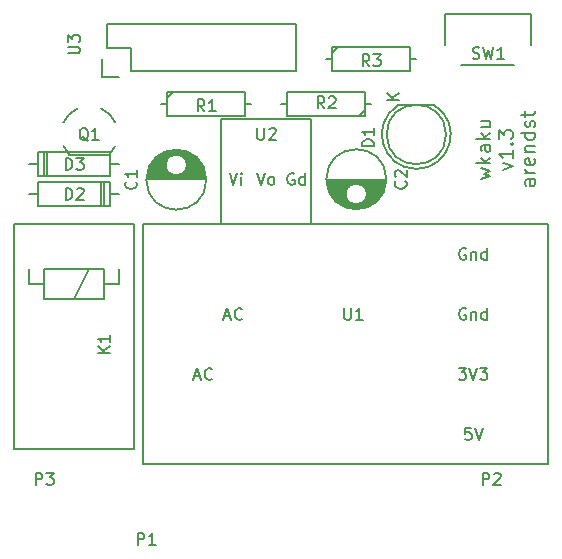
<source format=gto>
G04 #@! TF.FileFunction,Legend,Top*
%FSLAX46Y46*%
G04 Gerber Fmt 4.6, Leading zero omitted, Abs format (unit mm)*
G04 Created by KiCad (PCBNEW 4.0.2-stable) date 31-5-2016 17:43:18*
%MOMM*%
G01*
G04 APERTURE LIST*
%ADD10C,0.100000*%
%ADD11C,0.200000*%
%ADD12C,0.150000*%
G04 APERTURE END LIST*
D10*
D11*
X183282857Y-113004285D02*
X184082857Y-112775714D01*
X183511429Y-112547143D01*
X184082857Y-112318571D01*
X183282857Y-112090000D01*
X184082857Y-111632857D02*
X182882857Y-111632857D01*
X183625714Y-111518571D02*
X184082857Y-111175714D01*
X183282857Y-111175714D02*
X183740000Y-111632857D01*
X184082857Y-110147142D02*
X183454286Y-110147142D01*
X183340000Y-110204285D01*
X183282857Y-110318571D01*
X183282857Y-110547142D01*
X183340000Y-110661428D01*
X184025714Y-110147142D02*
X184082857Y-110261428D01*
X184082857Y-110547142D01*
X184025714Y-110661428D01*
X183911429Y-110718571D01*
X183797143Y-110718571D01*
X183682857Y-110661428D01*
X183625714Y-110547142D01*
X183625714Y-110261428D01*
X183568571Y-110147142D01*
X184082857Y-109575714D02*
X182882857Y-109575714D01*
X183625714Y-109461428D02*
X184082857Y-109118571D01*
X183282857Y-109118571D02*
X183740000Y-109575714D01*
X183282857Y-108089999D02*
X184082857Y-108089999D01*
X183282857Y-108604285D02*
X183911429Y-108604285D01*
X184025714Y-108547142D01*
X184082857Y-108432856D01*
X184082857Y-108261428D01*
X184025714Y-108147142D01*
X183968571Y-108089999D01*
X185162857Y-112204285D02*
X185962857Y-111918571D01*
X185162857Y-111632857D01*
X185962857Y-110547142D02*
X185962857Y-111232857D01*
X185962857Y-110889999D02*
X184762857Y-110889999D01*
X184934286Y-111004285D01*
X185048571Y-111118571D01*
X185105714Y-111232857D01*
X185848571Y-110032857D02*
X185905714Y-109975714D01*
X185962857Y-110032857D01*
X185905714Y-110090000D01*
X185848571Y-110032857D01*
X185962857Y-110032857D01*
X184762857Y-109575713D02*
X184762857Y-108832856D01*
X185220000Y-109232856D01*
X185220000Y-109061428D01*
X185277143Y-108947142D01*
X185334286Y-108889999D01*
X185448571Y-108832856D01*
X185734286Y-108832856D01*
X185848571Y-108889999D01*
X185905714Y-108947142D01*
X185962857Y-109061428D01*
X185962857Y-109404285D01*
X185905714Y-109518571D01*
X185848571Y-109575713D01*
X187842857Y-113032856D02*
X187214286Y-113032856D01*
X187100000Y-113089999D01*
X187042857Y-113204285D01*
X187042857Y-113432856D01*
X187100000Y-113547142D01*
X187785714Y-113032856D02*
X187842857Y-113147142D01*
X187842857Y-113432856D01*
X187785714Y-113547142D01*
X187671429Y-113604285D01*
X187557143Y-113604285D01*
X187442857Y-113547142D01*
X187385714Y-113432856D01*
X187385714Y-113147142D01*
X187328571Y-113032856D01*
X187842857Y-112461428D02*
X187042857Y-112461428D01*
X187271429Y-112461428D02*
X187157143Y-112404285D01*
X187100000Y-112347142D01*
X187042857Y-112232856D01*
X187042857Y-112118571D01*
X187785714Y-111261428D02*
X187842857Y-111375714D01*
X187842857Y-111604285D01*
X187785714Y-111718571D01*
X187671429Y-111775714D01*
X187214286Y-111775714D01*
X187100000Y-111718571D01*
X187042857Y-111604285D01*
X187042857Y-111375714D01*
X187100000Y-111261428D01*
X187214286Y-111204285D01*
X187328571Y-111204285D01*
X187442857Y-111775714D01*
X187042857Y-110690000D02*
X187842857Y-110690000D01*
X187157143Y-110690000D02*
X187100000Y-110632857D01*
X187042857Y-110518571D01*
X187042857Y-110347143D01*
X187100000Y-110232857D01*
X187214286Y-110175714D01*
X187842857Y-110175714D01*
X187842857Y-109090000D02*
X186642857Y-109090000D01*
X187785714Y-109090000D02*
X187842857Y-109204286D01*
X187842857Y-109432857D01*
X187785714Y-109547143D01*
X187728571Y-109604286D01*
X187614286Y-109661429D01*
X187271429Y-109661429D01*
X187157143Y-109604286D01*
X187100000Y-109547143D01*
X187042857Y-109432857D01*
X187042857Y-109204286D01*
X187100000Y-109090000D01*
X187785714Y-108575715D02*
X187842857Y-108461429D01*
X187842857Y-108232857D01*
X187785714Y-108118572D01*
X187671429Y-108061429D01*
X187614286Y-108061429D01*
X187500000Y-108118572D01*
X187442857Y-108232857D01*
X187442857Y-108404286D01*
X187385714Y-108518572D01*
X187271429Y-108575715D01*
X187214286Y-108575715D01*
X187100000Y-108518572D01*
X187042857Y-108404286D01*
X187042857Y-108232857D01*
X187100000Y-108118572D01*
X187042857Y-107718571D02*
X187042857Y-107261428D01*
X186642857Y-107547143D02*
X187671429Y-107547143D01*
X187785714Y-107490000D01*
X187842857Y-107375714D01*
X187842857Y-107261428D01*
D12*
X176275096Y-106735112D02*
G75*
G03X179300000Y-106720000I1524904J-2484888D01*
G01*
X176300000Y-106720000D02*
X179300000Y-106720000D01*
X180317936Y-109220000D02*
G75*
G03X180317936Y-109220000I-2517936J0D01*
G01*
X180213000Y-99060000D02*
X187510000Y-99060000D01*
X187510000Y-99060000D02*
X187510000Y-101630000D01*
X181610000Y-103360000D02*
X186110000Y-103360000D01*
X180213000Y-99060000D02*
X180213000Y-101630000D01*
X149114000Y-107020000D02*
G75*
G03X147914000Y-108220000I1000000J-2200000D01*
G01*
X151113999Y-107020000D02*
G75*
G02X152314000Y-108220000I-999999J-2200000D01*
G01*
X147926305Y-110216990D02*
G75*
G03X148414000Y-110920000I2187695J996990D01*
G01*
X152301695Y-110216990D02*
G75*
G02X151814000Y-110920000I-2187695J996990D01*
G01*
X148414000Y-110920000D02*
X151814000Y-110920000D01*
X153654000Y-103870000D02*
X153654000Y-101870000D01*
X153654000Y-101870000D02*
X151654000Y-101870000D01*
X151654000Y-101870000D02*
X151654000Y-99870000D01*
X151654000Y-99870000D02*
X153654000Y-99870000D01*
X153654000Y-99870000D02*
X167654000Y-99870000D01*
X167654000Y-99870000D02*
X167654000Y-103870000D01*
X167654000Y-103870000D02*
X153654000Y-103870000D01*
X152654000Y-104370000D02*
X151154000Y-104370000D01*
X151154000Y-104370000D02*
X151154000Y-102870000D01*
X152654000Y-114300000D02*
X151892000Y-114300000D01*
X151892000Y-114300000D02*
X151892000Y-113284000D01*
X151892000Y-113284000D02*
X145796000Y-113284000D01*
X145796000Y-113284000D02*
X145796000Y-114300000D01*
X145796000Y-114300000D02*
X145034000Y-114300000D01*
X145796000Y-114300000D02*
X145796000Y-115316000D01*
X145796000Y-115316000D02*
X151892000Y-115316000D01*
X151892000Y-115316000D02*
X151892000Y-114300000D01*
X151384000Y-113284000D02*
X151384000Y-115316000D01*
X151130000Y-115316000D02*
X151130000Y-113284000D01*
X145034000Y-111760000D02*
X145796000Y-111760000D01*
X145796000Y-111760000D02*
X145796000Y-112776000D01*
X145796000Y-112776000D02*
X151892000Y-112776000D01*
X151892000Y-112776000D02*
X151892000Y-111760000D01*
X151892000Y-111760000D02*
X152654000Y-111760000D01*
X151892000Y-111760000D02*
X151892000Y-110744000D01*
X151892000Y-110744000D02*
X145796000Y-110744000D01*
X145796000Y-110744000D02*
X145796000Y-111760000D01*
X146304000Y-112776000D02*
X146304000Y-110744000D01*
X146558000Y-110744000D02*
X146558000Y-112776000D01*
X153924000Y-116840000D02*
X153924000Y-135890000D01*
X153924000Y-135890000D02*
X143764000Y-135890000D01*
X143764000Y-135890000D02*
X143764000Y-116840000D01*
X143764000Y-116840000D02*
X153924000Y-116840000D01*
X150114000Y-120650000D02*
X148844000Y-123190000D01*
X146304000Y-121920000D02*
X145034000Y-121920000D01*
X145034000Y-121920000D02*
X145034000Y-120650000D01*
X152654000Y-120650000D02*
X152654000Y-121920000D01*
X152654000Y-121920000D02*
X151384000Y-121920000D01*
X151384000Y-121920000D02*
X151384000Y-123190000D01*
X151384000Y-123190000D02*
X146304000Y-123190000D01*
X146304000Y-123190000D02*
X146304000Y-120650000D01*
X146304000Y-120650000D02*
X151384000Y-120650000D01*
X151384000Y-120650000D02*
X151384000Y-121920000D01*
X156210000Y-106680000D02*
X156718000Y-106680000D01*
X163830000Y-106680000D02*
X163322000Y-106680000D01*
X163322000Y-106680000D02*
X163322000Y-105664000D01*
X163322000Y-105664000D02*
X156718000Y-105664000D01*
X156718000Y-105664000D02*
X156718000Y-107696000D01*
X156718000Y-107696000D02*
X163322000Y-107696000D01*
X163322000Y-107696000D02*
X163322000Y-106680000D01*
X156718000Y-106172000D02*
X157226000Y-105664000D01*
X173990000Y-106680000D02*
X173482000Y-106680000D01*
X166370000Y-106680000D02*
X166878000Y-106680000D01*
X166878000Y-106680000D02*
X166878000Y-107696000D01*
X166878000Y-107696000D02*
X173482000Y-107696000D01*
X173482000Y-107696000D02*
X173482000Y-105664000D01*
X173482000Y-105664000D02*
X166878000Y-105664000D01*
X166878000Y-105664000D02*
X166878000Y-106680000D01*
X173482000Y-107188000D02*
X172974000Y-107696000D01*
X154981000Y-112975000D02*
X159979000Y-112975000D01*
X154989000Y-112835000D02*
X159971000Y-112835000D01*
X155005000Y-112695000D02*
X157385000Y-112695000D01*
X157575000Y-112695000D02*
X159955000Y-112695000D01*
X155029000Y-112555000D02*
X156990000Y-112555000D01*
X157970000Y-112555000D02*
X159931000Y-112555000D01*
X155062000Y-112415000D02*
X156823000Y-112415000D01*
X158137000Y-112415000D02*
X159898000Y-112415000D01*
X155103000Y-112275000D02*
X156716000Y-112275000D01*
X158244000Y-112275000D02*
X159857000Y-112275000D01*
X155153000Y-112135000D02*
X156645000Y-112135000D01*
X158315000Y-112135000D02*
X159807000Y-112135000D01*
X155214000Y-111995000D02*
X156601000Y-111995000D01*
X158359000Y-111995000D02*
X159746000Y-111995000D01*
X155284000Y-111855000D02*
X156582000Y-111855000D01*
X158378000Y-111855000D02*
X159676000Y-111855000D01*
X155366000Y-111715000D02*
X156584000Y-111715000D01*
X158376000Y-111715000D02*
X159594000Y-111715000D01*
X155461000Y-111575000D02*
X156609000Y-111575000D01*
X158351000Y-111575000D02*
X159499000Y-111575000D01*
X155572000Y-111435000D02*
X156657000Y-111435000D01*
X158303000Y-111435000D02*
X159388000Y-111435000D01*
X155700000Y-111295000D02*
X156735000Y-111295000D01*
X158225000Y-111295000D02*
X159260000Y-111295000D01*
X155849000Y-111155000D02*
X156852000Y-111155000D01*
X158108000Y-111155000D02*
X159111000Y-111155000D01*
X156028000Y-111015000D02*
X157040000Y-111015000D01*
X157920000Y-111015000D02*
X158932000Y-111015000D01*
X156247000Y-110875000D02*
X158713000Y-110875000D01*
X156536000Y-110735000D02*
X158424000Y-110735000D01*
X157008000Y-110595000D02*
X157952000Y-110595000D01*
X158380000Y-111800000D02*
G75*
G03X158380000Y-111800000I-900000J0D01*
G01*
X160017500Y-113050000D02*
G75*
G03X160017500Y-113050000I-2537500J0D01*
G01*
X175219000Y-113085000D02*
X170221000Y-113085000D01*
X175211000Y-113225000D02*
X170229000Y-113225000D01*
X175195000Y-113365000D02*
X172815000Y-113365000D01*
X172625000Y-113365000D02*
X170245000Y-113365000D01*
X175171000Y-113505000D02*
X173210000Y-113505000D01*
X172230000Y-113505000D02*
X170269000Y-113505000D01*
X175138000Y-113645000D02*
X173377000Y-113645000D01*
X172063000Y-113645000D02*
X170302000Y-113645000D01*
X175097000Y-113785000D02*
X173484000Y-113785000D01*
X171956000Y-113785000D02*
X170343000Y-113785000D01*
X175047000Y-113925000D02*
X173555000Y-113925000D01*
X171885000Y-113925000D02*
X170393000Y-113925000D01*
X174986000Y-114065000D02*
X173599000Y-114065000D01*
X171841000Y-114065000D02*
X170454000Y-114065000D01*
X174916000Y-114205000D02*
X173618000Y-114205000D01*
X171822000Y-114205000D02*
X170524000Y-114205000D01*
X174834000Y-114345000D02*
X173616000Y-114345000D01*
X171824000Y-114345000D02*
X170606000Y-114345000D01*
X174739000Y-114485000D02*
X173591000Y-114485000D01*
X171849000Y-114485000D02*
X170701000Y-114485000D01*
X174628000Y-114625000D02*
X173543000Y-114625000D01*
X171897000Y-114625000D02*
X170812000Y-114625000D01*
X174500000Y-114765000D02*
X173465000Y-114765000D01*
X171975000Y-114765000D02*
X170940000Y-114765000D01*
X174351000Y-114905000D02*
X173348000Y-114905000D01*
X172092000Y-114905000D02*
X171089000Y-114905000D01*
X174172000Y-115045000D02*
X173160000Y-115045000D01*
X172280000Y-115045000D02*
X171268000Y-115045000D01*
X173953000Y-115185000D02*
X171487000Y-115185000D01*
X173664000Y-115325000D02*
X171776000Y-115325000D01*
X173192000Y-115465000D02*
X172248000Y-115465000D01*
X173620000Y-114260000D02*
G75*
G03X173620000Y-114260000I-900000J0D01*
G01*
X175257500Y-113010000D02*
G75*
G03X175257500Y-113010000I-2537500J0D01*
G01*
X170180000Y-102870000D02*
X170688000Y-102870000D01*
X177800000Y-102870000D02*
X177292000Y-102870000D01*
X177292000Y-102870000D02*
X177292000Y-101854000D01*
X177292000Y-101854000D02*
X170688000Y-101854000D01*
X170688000Y-101854000D02*
X170688000Y-103886000D01*
X170688000Y-103886000D02*
X177292000Y-103886000D01*
X177292000Y-103886000D02*
X177292000Y-102870000D01*
X170688000Y-102362000D02*
X171196000Y-101854000D01*
X188976000Y-135890000D02*
X188976000Y-137160000D01*
X188976000Y-137160000D02*
X154686000Y-137160000D01*
X154686000Y-137160000D02*
X154686000Y-135890000D01*
X188976000Y-118110000D02*
X188976000Y-116840000D01*
X188976000Y-116840000D02*
X154686000Y-116840000D01*
X154686000Y-116840000D02*
X154686000Y-118110000D01*
X154686000Y-135890000D02*
X154686000Y-118110000D01*
X188976000Y-118110000D02*
X188976000Y-135890000D01*
X161290000Y-116840000D02*
X168910000Y-116840000D01*
X168910000Y-116840000D02*
X168910000Y-107950000D01*
X168910000Y-107950000D02*
X161290000Y-107950000D01*
X161290000Y-107950000D02*
X161290000Y-116840000D01*
X174188381Y-110212095D02*
X173188381Y-110212095D01*
X173188381Y-109974000D01*
X173236000Y-109831142D01*
X173331238Y-109735904D01*
X173426476Y-109688285D01*
X173616952Y-109640666D01*
X173759810Y-109640666D01*
X173950286Y-109688285D01*
X174045524Y-109735904D01*
X174140762Y-109831142D01*
X174188381Y-109974000D01*
X174188381Y-110212095D01*
X174188381Y-108688285D02*
X174188381Y-109259714D01*
X174188381Y-108974000D02*
X173188381Y-108974000D01*
X173331238Y-109069238D01*
X173426476Y-109164476D01*
X173474095Y-109259714D01*
X176347381Y-106306905D02*
X175347381Y-106306905D01*
X176347381Y-105735476D02*
X175775952Y-106164048D01*
X175347381Y-105735476D02*
X175918810Y-106306905D01*
X182562667Y-102766762D02*
X182705524Y-102814381D01*
X182943620Y-102814381D01*
X183038858Y-102766762D01*
X183086477Y-102719143D01*
X183134096Y-102623905D01*
X183134096Y-102528667D01*
X183086477Y-102433429D01*
X183038858Y-102385810D01*
X182943620Y-102338190D01*
X182753143Y-102290571D01*
X182657905Y-102242952D01*
X182610286Y-102195333D01*
X182562667Y-102100095D01*
X182562667Y-102004857D01*
X182610286Y-101909619D01*
X182657905Y-101862000D01*
X182753143Y-101814381D01*
X182991239Y-101814381D01*
X183134096Y-101862000D01*
X183467429Y-101814381D02*
X183705524Y-102814381D01*
X183896001Y-102100095D01*
X184086477Y-102814381D01*
X184324572Y-101814381D01*
X185229334Y-102814381D02*
X184657905Y-102814381D01*
X184943619Y-102814381D02*
X184943619Y-101814381D01*
X184848381Y-101957238D01*
X184753143Y-102052476D01*
X184657905Y-102100095D01*
X150018762Y-109767619D02*
X149923524Y-109720000D01*
X149828286Y-109624762D01*
X149685429Y-109481905D01*
X149590190Y-109434286D01*
X149494952Y-109434286D01*
X149542571Y-109672381D02*
X149447333Y-109624762D01*
X149352095Y-109529524D01*
X149304476Y-109339048D01*
X149304476Y-109005714D01*
X149352095Y-108815238D01*
X149447333Y-108720000D01*
X149542571Y-108672381D01*
X149733048Y-108672381D01*
X149828286Y-108720000D01*
X149923524Y-108815238D01*
X149971143Y-109005714D01*
X149971143Y-109339048D01*
X149923524Y-109529524D01*
X149828286Y-109624762D01*
X149733048Y-109672381D01*
X149542571Y-109672381D01*
X150923524Y-109672381D02*
X150352095Y-109672381D01*
X150637809Y-109672381D02*
X150637809Y-108672381D01*
X150542571Y-108815238D01*
X150447333Y-108910476D01*
X150352095Y-108958095D01*
X148296381Y-102361905D02*
X149105905Y-102361905D01*
X149201143Y-102314286D01*
X149248762Y-102266667D01*
X149296381Y-102171429D01*
X149296381Y-101980952D01*
X149248762Y-101885714D01*
X149201143Y-101838095D01*
X149105905Y-101790476D01*
X148296381Y-101790476D01*
X148296381Y-101409524D02*
X148296381Y-100790476D01*
X148677333Y-101123810D01*
X148677333Y-100980952D01*
X148724952Y-100885714D01*
X148772571Y-100838095D01*
X148867810Y-100790476D01*
X149105905Y-100790476D01*
X149201143Y-100838095D01*
X149248762Y-100885714D01*
X149296381Y-100980952D01*
X149296381Y-101266667D01*
X149248762Y-101361905D01*
X149201143Y-101409524D01*
X148105905Y-114752381D02*
X148105905Y-113752381D01*
X148344000Y-113752381D01*
X148486858Y-113800000D01*
X148582096Y-113895238D01*
X148629715Y-113990476D01*
X148677334Y-114180952D01*
X148677334Y-114323810D01*
X148629715Y-114514286D01*
X148582096Y-114609524D01*
X148486858Y-114704762D01*
X148344000Y-114752381D01*
X148105905Y-114752381D01*
X149058286Y-113847619D02*
X149105905Y-113800000D01*
X149201143Y-113752381D01*
X149439239Y-113752381D01*
X149534477Y-113800000D01*
X149582096Y-113847619D01*
X149629715Y-113942857D01*
X149629715Y-114038095D01*
X149582096Y-114180952D01*
X149010667Y-114752381D01*
X149629715Y-114752381D01*
X148105905Y-112212381D02*
X148105905Y-111212381D01*
X148344000Y-111212381D01*
X148486858Y-111260000D01*
X148582096Y-111355238D01*
X148629715Y-111450476D01*
X148677334Y-111640952D01*
X148677334Y-111783810D01*
X148629715Y-111974286D01*
X148582096Y-112069524D01*
X148486858Y-112164762D01*
X148344000Y-112212381D01*
X148105905Y-112212381D01*
X149010667Y-111212381D02*
X149629715Y-111212381D01*
X149296381Y-111593333D01*
X149439239Y-111593333D01*
X149534477Y-111640952D01*
X149582096Y-111688571D01*
X149629715Y-111783810D01*
X149629715Y-112021905D01*
X149582096Y-112117143D01*
X149534477Y-112164762D01*
X149439239Y-112212381D01*
X149153524Y-112212381D01*
X149058286Y-112164762D01*
X149010667Y-112117143D01*
X151836381Y-127738095D02*
X150836381Y-127738095D01*
X151836381Y-127166666D02*
X151264952Y-127595238D01*
X150836381Y-127166666D02*
X151407810Y-127738095D01*
X151836381Y-126214285D02*
X151836381Y-126785714D01*
X151836381Y-126500000D02*
X150836381Y-126500000D01*
X150979238Y-126595238D01*
X151074476Y-126690476D01*
X151122095Y-126785714D01*
X159853334Y-107259381D02*
X159520000Y-106783190D01*
X159281905Y-107259381D02*
X159281905Y-106259381D01*
X159662858Y-106259381D01*
X159758096Y-106307000D01*
X159805715Y-106354619D01*
X159853334Y-106449857D01*
X159853334Y-106592714D01*
X159805715Y-106687952D01*
X159758096Y-106735571D01*
X159662858Y-106783190D01*
X159281905Y-106783190D01*
X160805715Y-107259381D02*
X160234286Y-107259381D01*
X160520000Y-107259381D02*
X160520000Y-106259381D01*
X160424762Y-106402238D01*
X160329524Y-106497476D01*
X160234286Y-106545095D01*
X170013334Y-107005381D02*
X169680000Y-106529190D01*
X169441905Y-107005381D02*
X169441905Y-106005381D01*
X169822858Y-106005381D01*
X169918096Y-106053000D01*
X169965715Y-106100619D01*
X170013334Y-106195857D01*
X170013334Y-106338714D01*
X169965715Y-106433952D01*
X169918096Y-106481571D01*
X169822858Y-106529190D01*
X169441905Y-106529190D01*
X170394286Y-106100619D02*
X170441905Y-106053000D01*
X170537143Y-106005381D01*
X170775239Y-106005381D01*
X170870477Y-106053000D01*
X170918096Y-106100619D01*
X170965715Y-106195857D01*
X170965715Y-106291095D01*
X170918096Y-106433952D01*
X170346667Y-107005381D01*
X170965715Y-107005381D01*
X154037143Y-113216666D02*
X154084762Y-113264285D01*
X154132381Y-113407142D01*
X154132381Y-113502380D01*
X154084762Y-113645238D01*
X153989524Y-113740476D01*
X153894286Y-113788095D01*
X153703810Y-113835714D01*
X153560952Y-113835714D01*
X153370476Y-113788095D01*
X153275238Y-113740476D01*
X153180000Y-113645238D01*
X153132381Y-113502380D01*
X153132381Y-113407142D01*
X153180000Y-113264285D01*
X153227619Y-113216666D01*
X154132381Y-112264285D02*
X154132381Y-112835714D01*
X154132381Y-112550000D02*
X153132381Y-112550000D01*
X153275238Y-112645238D01*
X153370476Y-112740476D01*
X153418095Y-112835714D01*
X176877143Y-113176666D02*
X176924762Y-113224285D01*
X176972381Y-113367142D01*
X176972381Y-113462380D01*
X176924762Y-113605238D01*
X176829524Y-113700476D01*
X176734286Y-113748095D01*
X176543810Y-113795714D01*
X176400952Y-113795714D01*
X176210476Y-113748095D01*
X176115238Y-113700476D01*
X176020000Y-113605238D01*
X175972381Y-113462380D01*
X175972381Y-113367142D01*
X176020000Y-113224285D01*
X176067619Y-113176666D01*
X176067619Y-112795714D02*
X176020000Y-112748095D01*
X175972381Y-112652857D01*
X175972381Y-112414761D01*
X176020000Y-112319523D01*
X176067619Y-112271904D01*
X176162857Y-112224285D01*
X176258095Y-112224285D01*
X176400952Y-112271904D01*
X176972381Y-112843333D01*
X176972381Y-112224285D01*
X173823334Y-103449381D02*
X173490000Y-102973190D01*
X173251905Y-103449381D02*
X173251905Y-102449381D01*
X173632858Y-102449381D01*
X173728096Y-102497000D01*
X173775715Y-102544619D01*
X173823334Y-102639857D01*
X173823334Y-102782714D01*
X173775715Y-102877952D01*
X173728096Y-102925571D01*
X173632858Y-102973190D01*
X173251905Y-102973190D01*
X174156667Y-102449381D02*
X174775715Y-102449381D01*
X174442381Y-102830333D01*
X174585239Y-102830333D01*
X174680477Y-102877952D01*
X174728096Y-102925571D01*
X174775715Y-103020810D01*
X174775715Y-103258905D01*
X174728096Y-103354143D01*
X174680477Y-103401762D01*
X174585239Y-103449381D01*
X174299524Y-103449381D01*
X174204286Y-103401762D01*
X174156667Y-103354143D01*
X154201905Y-143962381D02*
X154201905Y-142962381D01*
X154582858Y-142962381D01*
X154678096Y-143010000D01*
X154725715Y-143057619D01*
X154773334Y-143152857D01*
X154773334Y-143295714D01*
X154725715Y-143390952D01*
X154678096Y-143438571D01*
X154582858Y-143486190D01*
X154201905Y-143486190D01*
X155725715Y-143962381D02*
X155154286Y-143962381D01*
X155440000Y-143962381D02*
X155440000Y-142962381D01*
X155344762Y-143105238D01*
X155249524Y-143200476D01*
X155154286Y-143248095D01*
X183411905Y-138882381D02*
X183411905Y-137882381D01*
X183792858Y-137882381D01*
X183888096Y-137930000D01*
X183935715Y-137977619D01*
X183983334Y-138072857D01*
X183983334Y-138215714D01*
X183935715Y-138310952D01*
X183888096Y-138358571D01*
X183792858Y-138406190D01*
X183411905Y-138406190D01*
X184364286Y-137977619D02*
X184411905Y-137930000D01*
X184507143Y-137882381D01*
X184745239Y-137882381D01*
X184840477Y-137930000D01*
X184888096Y-137977619D01*
X184935715Y-138072857D01*
X184935715Y-138168095D01*
X184888096Y-138310952D01*
X184316667Y-138882381D01*
X184935715Y-138882381D01*
X145565905Y-138882381D02*
X145565905Y-137882381D01*
X145946858Y-137882381D01*
X146042096Y-137930000D01*
X146089715Y-137977619D01*
X146137334Y-138072857D01*
X146137334Y-138215714D01*
X146089715Y-138310952D01*
X146042096Y-138358571D01*
X145946858Y-138406190D01*
X145565905Y-138406190D01*
X146470667Y-137882381D02*
X147089715Y-137882381D01*
X146756381Y-138263333D01*
X146899239Y-138263333D01*
X146994477Y-138310952D01*
X147042096Y-138358571D01*
X147089715Y-138453810D01*
X147089715Y-138691905D01*
X147042096Y-138787143D01*
X146994477Y-138834762D01*
X146899239Y-138882381D01*
X146613524Y-138882381D01*
X146518286Y-138834762D01*
X146470667Y-138787143D01*
X171704095Y-123912381D02*
X171704095Y-124721905D01*
X171751714Y-124817143D01*
X171799333Y-124864762D01*
X171894571Y-124912381D01*
X172085048Y-124912381D01*
X172180286Y-124864762D01*
X172227905Y-124817143D01*
X172275524Y-124721905D01*
X172275524Y-123912381D01*
X173275524Y-124912381D02*
X172704095Y-124912381D01*
X172989809Y-124912381D02*
X172989809Y-123912381D01*
X172894571Y-124055238D01*
X172799333Y-124150476D01*
X172704095Y-124198095D01*
X181387905Y-128992381D02*
X182006953Y-128992381D01*
X181673619Y-129373333D01*
X181816477Y-129373333D01*
X181911715Y-129420952D01*
X181959334Y-129468571D01*
X182006953Y-129563810D01*
X182006953Y-129801905D01*
X181959334Y-129897143D01*
X181911715Y-129944762D01*
X181816477Y-129992381D01*
X181530762Y-129992381D01*
X181435524Y-129944762D01*
X181387905Y-129897143D01*
X182292667Y-128992381D02*
X182626000Y-129992381D01*
X182959334Y-128992381D01*
X183197429Y-128992381D02*
X183816477Y-128992381D01*
X183483143Y-129373333D01*
X183626001Y-129373333D01*
X183721239Y-129420952D01*
X183768858Y-129468571D01*
X183816477Y-129563810D01*
X183816477Y-129801905D01*
X183768858Y-129897143D01*
X183721239Y-129944762D01*
X183626001Y-129992381D01*
X183340286Y-129992381D01*
X183245048Y-129944762D01*
X183197429Y-129897143D01*
X181983143Y-123960000D02*
X181887905Y-123912381D01*
X181745048Y-123912381D01*
X181602190Y-123960000D01*
X181506952Y-124055238D01*
X181459333Y-124150476D01*
X181411714Y-124340952D01*
X181411714Y-124483810D01*
X181459333Y-124674286D01*
X181506952Y-124769524D01*
X181602190Y-124864762D01*
X181745048Y-124912381D01*
X181840286Y-124912381D01*
X181983143Y-124864762D01*
X182030762Y-124817143D01*
X182030762Y-124483810D01*
X181840286Y-124483810D01*
X182459333Y-124245714D02*
X182459333Y-124912381D01*
X182459333Y-124340952D02*
X182506952Y-124293333D01*
X182602190Y-124245714D01*
X182745048Y-124245714D01*
X182840286Y-124293333D01*
X182887905Y-124388571D01*
X182887905Y-124912381D01*
X183792667Y-124912381D02*
X183792667Y-123912381D01*
X183792667Y-124864762D02*
X183697429Y-124912381D01*
X183506952Y-124912381D01*
X183411714Y-124864762D01*
X183364095Y-124817143D01*
X183316476Y-124721905D01*
X183316476Y-124436190D01*
X183364095Y-124340952D01*
X183411714Y-124293333D01*
X183506952Y-124245714D01*
X183697429Y-124245714D01*
X183792667Y-124293333D01*
X159027905Y-129706667D02*
X159504096Y-129706667D01*
X158932667Y-129992381D02*
X159266000Y-128992381D01*
X159599334Y-129992381D01*
X160504096Y-129897143D02*
X160456477Y-129944762D01*
X160313620Y-129992381D01*
X160218382Y-129992381D01*
X160075524Y-129944762D01*
X159980286Y-129849524D01*
X159932667Y-129754286D01*
X159885048Y-129563810D01*
X159885048Y-129420952D01*
X159932667Y-129230476D01*
X159980286Y-129135238D01*
X160075524Y-129040000D01*
X160218382Y-128992381D01*
X160313620Y-128992381D01*
X160456477Y-129040000D01*
X160504096Y-129087619D01*
X161567905Y-124626667D02*
X162044096Y-124626667D01*
X161472667Y-124912381D02*
X161806000Y-123912381D01*
X162139334Y-124912381D01*
X163044096Y-124817143D02*
X162996477Y-124864762D01*
X162853620Y-124912381D01*
X162758382Y-124912381D01*
X162615524Y-124864762D01*
X162520286Y-124769524D01*
X162472667Y-124674286D01*
X162425048Y-124483810D01*
X162425048Y-124340952D01*
X162472667Y-124150476D01*
X162520286Y-124055238D01*
X162615524Y-123960000D01*
X162758382Y-123912381D01*
X162853620Y-123912381D01*
X162996477Y-123960000D01*
X163044096Y-124007619D01*
X181983143Y-118880000D02*
X181887905Y-118832381D01*
X181745048Y-118832381D01*
X181602190Y-118880000D01*
X181506952Y-118975238D01*
X181459333Y-119070476D01*
X181411714Y-119260952D01*
X181411714Y-119403810D01*
X181459333Y-119594286D01*
X181506952Y-119689524D01*
X181602190Y-119784762D01*
X181745048Y-119832381D01*
X181840286Y-119832381D01*
X181983143Y-119784762D01*
X182030762Y-119737143D01*
X182030762Y-119403810D01*
X181840286Y-119403810D01*
X182459333Y-119165714D02*
X182459333Y-119832381D01*
X182459333Y-119260952D02*
X182506952Y-119213333D01*
X182602190Y-119165714D01*
X182745048Y-119165714D01*
X182840286Y-119213333D01*
X182887905Y-119308571D01*
X182887905Y-119832381D01*
X183792667Y-119832381D02*
X183792667Y-118832381D01*
X183792667Y-119784762D02*
X183697429Y-119832381D01*
X183506952Y-119832381D01*
X183411714Y-119784762D01*
X183364095Y-119737143D01*
X183316476Y-119641905D01*
X183316476Y-119356190D01*
X183364095Y-119260952D01*
X183411714Y-119213333D01*
X183506952Y-119165714D01*
X183697429Y-119165714D01*
X183792667Y-119213333D01*
X182435524Y-134072381D02*
X181959333Y-134072381D01*
X181911714Y-134548571D01*
X181959333Y-134500952D01*
X182054571Y-134453333D01*
X182292667Y-134453333D01*
X182387905Y-134500952D01*
X182435524Y-134548571D01*
X182483143Y-134643810D01*
X182483143Y-134881905D01*
X182435524Y-134977143D01*
X182387905Y-135024762D01*
X182292667Y-135072381D01*
X182054571Y-135072381D01*
X181959333Y-135024762D01*
X181911714Y-134977143D01*
X182768857Y-134072381D02*
X183102190Y-135072381D01*
X183435524Y-134072381D01*
X164338095Y-108672381D02*
X164338095Y-109481905D01*
X164385714Y-109577143D01*
X164433333Y-109624762D01*
X164528571Y-109672381D01*
X164719048Y-109672381D01*
X164814286Y-109624762D01*
X164861905Y-109577143D01*
X164909524Y-109481905D01*
X164909524Y-108672381D01*
X165338095Y-108767619D02*
X165385714Y-108720000D01*
X165480952Y-108672381D01*
X165719048Y-108672381D01*
X165814286Y-108720000D01*
X165861905Y-108767619D01*
X165909524Y-108862857D01*
X165909524Y-108958095D01*
X165861905Y-109100952D01*
X165290476Y-109672381D01*
X165909524Y-109672381D01*
X161988572Y-112482381D02*
X162321905Y-113482381D01*
X162655239Y-112482381D01*
X162988572Y-113482381D02*
X162988572Y-112815714D01*
X162988572Y-112482381D02*
X162940953Y-112530000D01*
X162988572Y-112577619D01*
X163036191Y-112530000D01*
X162988572Y-112482381D01*
X162988572Y-112577619D01*
X164314286Y-112482381D02*
X164647619Y-113482381D01*
X164980953Y-112482381D01*
X165457143Y-113482381D02*
X165361905Y-113434762D01*
X165314286Y-113387143D01*
X165266667Y-113291905D01*
X165266667Y-113006190D01*
X165314286Y-112910952D01*
X165361905Y-112863333D01*
X165457143Y-112815714D01*
X165600001Y-112815714D01*
X165695239Y-112863333D01*
X165742858Y-112910952D01*
X165790477Y-113006190D01*
X165790477Y-113291905D01*
X165742858Y-113387143D01*
X165695239Y-113434762D01*
X165600001Y-113482381D01*
X165457143Y-113482381D01*
X167449524Y-112530000D02*
X167354286Y-112482381D01*
X167211429Y-112482381D01*
X167068571Y-112530000D01*
X166973333Y-112625238D01*
X166925714Y-112720476D01*
X166878095Y-112910952D01*
X166878095Y-113053810D01*
X166925714Y-113244286D01*
X166973333Y-113339524D01*
X167068571Y-113434762D01*
X167211429Y-113482381D01*
X167306667Y-113482381D01*
X167449524Y-113434762D01*
X167497143Y-113387143D01*
X167497143Y-113053810D01*
X167306667Y-113053810D01*
X168354286Y-113482381D02*
X168354286Y-112482381D01*
X168354286Y-113434762D02*
X168259048Y-113482381D01*
X168068571Y-113482381D01*
X167973333Y-113434762D01*
X167925714Y-113387143D01*
X167878095Y-113291905D01*
X167878095Y-113006190D01*
X167925714Y-112910952D01*
X167973333Y-112863333D01*
X168068571Y-112815714D01*
X168259048Y-112815714D01*
X168354286Y-112863333D01*
M02*

</source>
